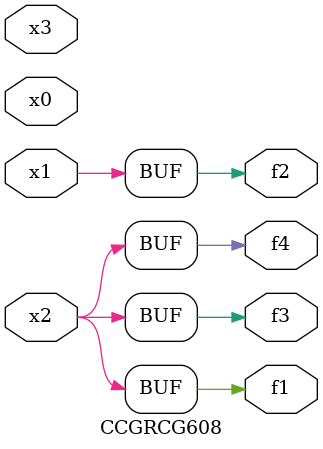
<source format=v>
module CCGRCG608(
	input x0, x1, x2, x3,
	output f1, f2, f3, f4
);
	assign f1 = x2;
	assign f2 = x1;
	assign f3 = x2;
	assign f4 = x2;
endmodule

</source>
